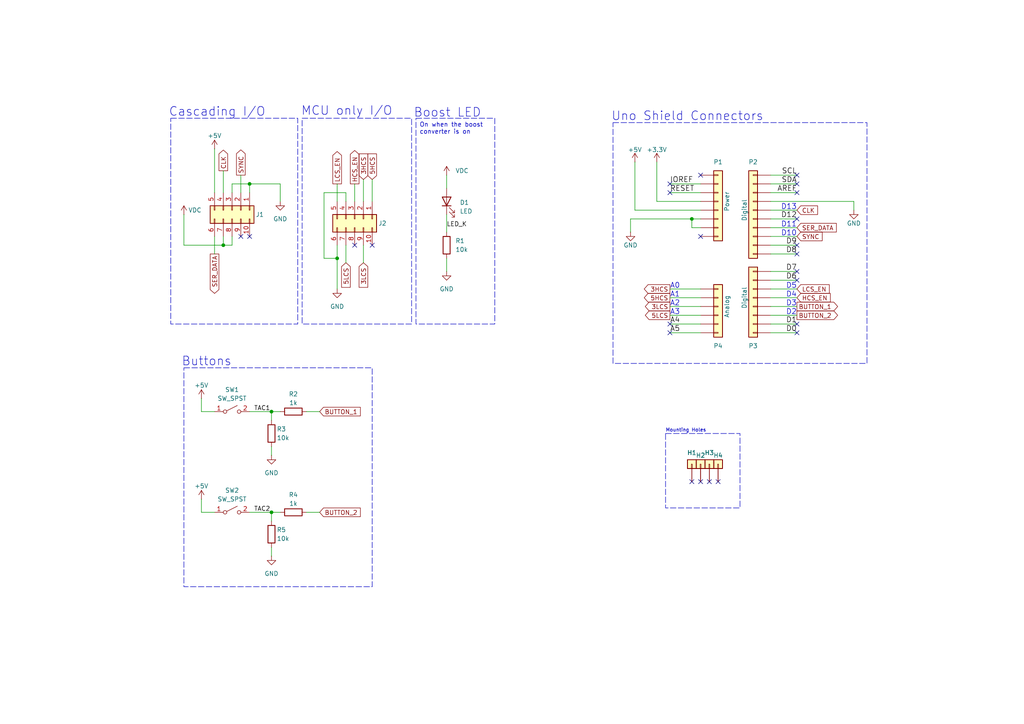
<source format=kicad_sch>
(kicad_sch (version 20250114) (generator "eeschema") (generator_version "9.0")
  (paper "A4")
  (title_block (title "VVFD Shield Schematic") (date "2025-10-05") (rev "1") (company "ENEL200") (comment 1 "(UC Arduino Shield Template by Richard Lane & Allan McInnes)") (comment 2 "LWQ"))
  (lib_symbols
    (symbol "Conn_01x01_1" (pin_numbers (hide yes)) (pin_names (offset 1.016) (hide yes))
      (property "Reference" "J" (at 0 2.54 0))
      (property "Value" "Conn_01x01" (at 0 -2.54 0))
      (symbol "Conn_01x01_1_1_1"
        (rectangle (start -1.27 1.27) (end 1.27 -1.27) (stroke (width 0.254)) (fill (type background)))
        (rectangle (start -1.27 0.127) (end 0 -0.127) (stroke (width 0.1524)))
        (pin passive line (at -5.08 0 0) (length 3.81) (name "Pin_1") (number "1"))
      )
    )
    (symbol "Conn_01x01_2" (pin_numbers (hide yes)) (pin_names (offset 1.016) (hide yes))
      (property "Reference" "J" (at 0 2.54 0))
      (property "Value" "Conn_01x01" (at 0 -2.54 0))
      (symbol "Conn_01x01_2_1_1"
        (rectangle (start -1.27 1.27) (end 1.27 -1.27) (stroke (width 0.254)) (fill (type background)))
        (rectangle (start -1.27 0.127) (end 0 -0.127) (stroke (width 0.1524)))
        (pin passive line (at -5.08 0 0) (length 3.81) (name "Pin_1") (number "1"))
      )
    )
    (symbol "Conn_01x01_3" (pin_numbers (hide yes)) (pin_names (offset 1.016) (hide yes))
      (property "Reference" "J" (at 0 2.54 0))
      (property "Value" "Conn_01x01" (at 0 -2.54 0))
      (symbol "Conn_01x01_3_1_1"
        (rectangle (start -1.27 1.27) (end 1.27 -1.27) (stroke (width 0.254)) (fill (type background)))
        (rectangle (start -1.27 0.127) (end 0 -0.127) (stroke (width 0.1524)))
        (pin passive line (at -5.08 0 0) (length 3.81) (name "Pin_1") (number "1"))
      )
    )
    (symbol "Conn_01x08_1" (pin_numbers (hide yes)) (pin_names (offset 1.016) (hide yes))
      (property "Reference" "J" (at 0 10.16 0))
      (property "Value" "Conn_01x08" (at 0 -12.7 0))
      (symbol "Conn_01x08_1_1_1"
        (rectangle (start -1.27 8.89) (end 1.27 -11.43) (stroke (width 0.254)) (fill (type background)))
        (rectangle (start -1.27 7.747) (end 0 7.493) (stroke (width 0.1524)))
        (rectangle (start -1.27 5.207) (end 0 4.953) (stroke (width 0.1524)))
        (rectangle (start -1.27 2.667) (end 0 2.413) (stroke (width 0.1524)))
        (rectangle (start -1.27 0.127) (end 0 -0.127) (stroke (width 0.1524)))
        (rectangle (start -1.27 -2.413) (end 0 -2.667) (stroke (width 0.1524)))
        (rectangle (start -1.27 -4.953) (end 0 -5.207) (stroke (width 0.1524)))
        (rectangle (start -1.27 -7.493) (end 0 -7.747) (stroke (width 0.1524)))
        (rectangle (start -1.27 -10.033) (end 0 -10.287) (stroke (width 0.1524)))
        (pin passive line (at -5.08 7.62 0) (length 3.81) (name "Pin_1") (number "1"))
        (pin passive line (at -5.08 5.08 0) (length 3.81) (name "Pin_2") (number "2"))
        (pin passive line (at -5.08 2.54 0) (length 3.81) (name "Pin_3") (number "3"))
        (pin passive line (at -5.08 0 0) (length 3.81) (name "Pin_4") (number "4"))
        (pin passive line (at -5.08 -2.54 0) (length 3.81) (name "Pin_5") (number "5"))
        (pin passive line (at -5.08 -5.08 0) (length 3.81) (name "Pin_6") (number "6"))
        (pin passive line (at -5.08 -7.62 0) (length 3.81) (name "Pin_7") (number "7"))
        (pin passive line (at -5.08 -10.16 0) (length 3.81) (name "Pin_8") (number "8"))
      )
    )
    (symbol "Connector_Generic:Conn_01x01" (pin_numbers (hide yes)) (pin_names (offset 1.016) (hide yes))
      (property "Reference" "J" (at 0 2.54 0))
      (property "Value" "Conn_01x01" (at 0 -2.54 0))
      (symbol "Conn_01x01_1_1"
        (rectangle (start -1.27 1.27) (end 1.27 -1.27) (stroke (width 0.254)) (fill (type background)))
        (rectangle (start -1.27 0.127) (end 0 -0.127) (stroke (width 0.1524)))
        (pin passive line (at -5.08 0 0) (length 3.81) (name "Pin_1") (number "1"))
      )
    )
    (symbol "Connector_Generic:Conn_01x06" (pin_numbers (hide yes)) (pin_names (offset 1.016) (hide yes))
      (property "Reference" "J" (at 0 7.62 0))
      (property "Value" "Conn_01x06" (at 0 -10.16 0))
      (symbol "Conn_01x06_1_1"
        (rectangle (start -1.27 6.35) (end 1.27 -8.89) (stroke (width 0.254)) (fill (type background)))
        (rectangle (start -1.27 5.207) (end 0 4.953) (stroke (width 0.1524)))
        (rectangle (start -1.27 2.667) (end 0 2.413) (stroke (width 0.1524)))
        (rectangle (start -1.27 0.127) (end 0 -0.127) (stroke (width 0.1524)))
        (rectangle (start -1.27 -2.413) (end 0 -2.667) (stroke (width 0.1524)))
        (rectangle (start -1.27 -4.953) (end 0 -5.207) (stroke (width 0.1524)))
        (rectangle (start -1.27 -7.493) (end 0 -7.747) (stroke (width 0.1524)))
        (pin passive line (at -5.08 5.08 0) (length 3.81) (name "Pin_1") (number "1"))
        (pin passive line (at -5.08 2.54 0) (length 3.81) (name "Pin_2") (number "2"))
        (pin passive line (at -5.08 0 0) (length 3.81) (name "Pin_3") (number "3"))
        (pin passive line (at -5.08 -2.54 0) (length 3.81) (name "Pin_4") (number "4"))
        (pin passive line (at -5.08 -5.08 0) (length 3.81) (name "Pin_5") (number "5"))
        (pin passive line (at -5.08 -7.62 0) (length 3.81) (name "Pin_6") (number "6"))
      )
    )
    (symbol "Connector_Generic:Conn_01x08" (pin_numbers (hide yes)) (pin_names (offset 1.016) (hide yes))
      (property "Reference" "J" (at 0 10.16 0))
      (property "Value" "Conn_01x08" (at 0 -12.7 0))
      (symbol "Conn_01x08_1_1"
        (rectangle (start -1.27 8.89) (end 1.27 -11.43) (stroke (width 0.254)) (fill (type background)))
        (rectangle (start -1.27 7.747) (end 0 7.493) (stroke (width 0.1524)))
        (rectangle (start -1.27 5.207) (end 0 4.953) (stroke (width 0.1524)))
        (rectangle (start -1.27 2.667) (end 0 2.413) (stroke (width 0.1524)))
        (rectangle (start -1.27 0.127) (end 0 -0.127) (stroke (width 0.1524)))
        (rectangle (start -1.27 -2.413) (end 0 -2.667) (stroke (width 0.1524)))
        (rectangle (start -1.27 -4.953) (end 0 -5.207) (stroke (width 0.1524)))
        (rectangle (start -1.27 -7.493) (end 0 -7.747) (stroke (width 0.1524)))
        (rectangle (start -1.27 -10.033) (end 0 -10.287) (stroke (width 0.1524)))
        (pin passive line (at -5.08 7.62 0) (length 3.81) (name "Pin_1") (number "1"))
        (pin passive line (at -5.08 5.08 0) (length 3.81) (name "Pin_2") (number "2"))
        (pin passive line (at -5.08 2.54 0) (length 3.81) (name "Pin_3") (number "3"))
        (pin passive line (at -5.08 0 0) (length 3.81) (name "Pin_4") (number "4"))
        (pin passive line (at -5.08 -2.54 0) (length 3.81) (name "Pin_5") (number "5"))
        (pin passive line (at -5.08 -5.08 0) (length 3.81) (name "Pin_6") (number "6"))
        (pin passive line (at -5.08 -7.62 0) (length 3.81) (name "Pin_7") (number "7"))
        (pin passive line (at -5.08 -10.16 0) (length 3.81) (name "Pin_8") (number "8"))
      )
    )
    (symbol "Connector_Generic:Conn_01x10" (pin_numbers (hide yes)) (pin_names (offset 1.016) (hide yes))
      (property "Reference" "J" (at 0 12.7 0))
      (property "Value" "Conn_01x10" (at 0 -15.24 0))
      (symbol "Conn_01x10_1_1"
        (rectangle (start -1.27 11.43) (end 1.27 -13.97) (stroke (width 0.254)) (fill (type background)))
        (rectangle (start -1.27 10.287) (end 0 10.033) (stroke (width 0.1524)))
        (rectangle (start -1.27 7.747) (end 0 7.493) (stroke (width 0.1524)))
        (rectangle (start -1.27 5.207) (end 0 4.953) (stroke (width 0.1524)))
        (rectangle (start -1.27 2.667) (end 0 2.413) (stroke (width 0.1524)))
        (rectangle (start -1.27 0.127) (end 0 -0.127) (stroke (width 0.1524)))
        (rectangle (start -1.27 -2.413) (end 0 -2.667) (stroke (width 0.1524)))
        (rectangle (start -1.27 -4.953) (end 0 -5.207) (stroke (width 0.1524)))
        (rectangle (start -1.27 -7.493) (end 0 -7.747) (stroke (width 0.1524)))
        (rectangle (start -1.27 -10.033) (end 0 -10.287) (stroke (width 0.1524)))
        (rectangle (start -1.27 -12.573) (end 0 -12.827) (stroke (width 0.1524)))
        (pin passive line (at -5.08 10.16 0) (length 3.81) (name "Pin_1") (number "1"))
        (pin passive line (at -5.08 7.62 0) (length 3.81) (name "Pin_2") (number "2"))
        (pin passive line (at -5.08 5.08 0) (length 3.81) (name "Pin_3") (number "3"))
        (pin passive line (at -5.08 2.54 0) (length 3.81) (name "Pin_4") (number "4"))
        (pin passive line (at -5.08 0 0) (length 3.81) (name "Pin_5") (number "5"))
        (pin passive line (at -5.08 -2.54 0) (length 3.81) (name "Pin_6") (number "6"))
        (pin passive line (at -5.08 -5.08 0) (length 3.81) (name "Pin_7") (number "7"))
        (pin passive line (at -5.08 -7.62 0) (length 3.81) (name "Pin_8") (number "8"))
        (pin passive line (at -5.08 -10.16 0) (length 3.81) (name "Pin_9") (number "9"))
        (pin passive line (at -5.08 -12.7 0) (length 3.81) (name "Pin_10") (number "10"))
      )
    )
    (symbol "Connector_Generic:Conn_02x05_Counter_Clockwise" (pin_names (offset 1.016) (hide yes))
      (property "Reference" "J" (at 1.27 7.62 0))
      (property "Value" "Conn_02x05_Counter_Clockwise" (at 1.27 -7.62 0))
      (symbol "Conn_02x05_Counter_Clockwise_1_1"
        (rectangle (start -1.27 6.35) (end 3.81 -6.35) (stroke (width 0.254)) (fill (type background)))
        (rectangle (start -1.27 5.207) (end 0 4.953) (stroke (width 0.1524)))
        (rectangle (start -1.27 2.667) (end 0 2.413) (stroke (width 0.1524)))
        (rectangle (start -1.27 0.127) (end 0 -0.127) (stroke (width 0.1524)))
        (rectangle (start -1.27 -2.413) (end 0 -2.667) (stroke (width 0.1524)))
        (rectangle (start -1.27 -4.953) (end 0 -5.207) (stroke (width 0.1524)))
        (rectangle (start 3.81 5.207) (end 2.54 4.953) (stroke (width 0.1524)))
        (rectangle (start 3.81 2.667) (end 2.54 2.413) (stroke (width 0.1524)))
        (rectangle (start 3.81 0.127) (end 2.54 -0.127) (stroke (width 0.1524)))
        (rectangle (start 3.81 -2.413) (end 2.54 -2.667) (stroke (width 0.1524)))
        (rectangle (start 3.81 -4.953) (end 2.54 -5.207) (stroke (width 0.1524)))
        (pin passive line (at -5.08 5.08 0) (length 3.81) (name "Pin_1") (number "1"))
        (pin passive line (at -5.08 2.54 0) (length 3.81) (name "Pin_2") (number "2"))
        (pin passive line (at -5.08 0 0) (length 3.81) (name "Pin_3") (number "3"))
        (pin passive line (at -5.08 -2.54 0) (length 3.81) (name "Pin_4") (number "4"))
        (pin passive line (at -5.08 -5.08 0) (length 3.81) (name "Pin_5") (number "5"))
        (pin passive line (at 7.62 5.08 180) (length 3.81) (name "Pin_10") (number "10"))
        (pin passive line (at 7.62 2.54 180) (length 3.81) (name "Pin_9") (number "9"))
        (pin passive line (at 7.62 0 180) (length 3.81) (name "Pin_8") (number "8"))
        (pin passive line (at 7.62 -2.54 180) (length 3.81) (name "Pin_7") (number "7"))
        (pin passive line (at 7.62 -5.08 180) (length 3.81) (name "Pin_6") (number "6"))
      )
    )
    (symbol "Device:LED" (pin_numbers (hide yes)) (pin_names (offset 1.016) (hide yes))
      (property "Reference" "D" (at 0 2.54 0))
      (property "Value" "LED" (at 0 -2.54 0))
      (symbol "LED_0_1"
        (polyline (pts (xy -3.048 -0.762) (xy -4.572 -2.286) (xy -3.81 -2.286) (xy -4.572 -2.286) (xy -4.572 -1.524)))
        (polyline (pts (xy -1.778 -0.762) (xy -3.302 -2.286) (xy -2.54 -2.286) (xy -3.302 -2.286) (xy -3.302 -1.524)))
        (polyline (pts (xy -1.27 0) (xy 1.27 0)))
        (polyline (pts (xy -1.27 -1.27) (xy -1.27 1.27)) (stroke (width 0.254)))
        (polyline (pts (xy 1.27 -1.27) (xy 1.27 1.27) (xy -1.27 0) (xy 1.27 -1.27)) (stroke (width 0.254)))
      )
      (symbol "LED_1_1"
        (pin passive line (at -3.81 0 0) (length 2.54) (name "K") (number "1"))
        (pin passive line (at 3.81 0 180) (length 2.54) (name "A") (number "2"))
      )
    )
    (symbol "Device:R" (pin_numbers (hide yes)) (pin_names (offset 0))
      (property "Reference" "R" (at 2.032 0 90))
      (property "Value" "R" (at 0 0 90))
      (symbol "R_0_1"
        (rectangle (start -1.016 -2.54) (end 1.016 2.54) (stroke (width 0.254)))
      )
      (symbol "R_1_1"
        (pin passive line (at 0 3.81 270) (length 1.27) (name "~") (number "1"))
        (pin passive line (at 0 -3.81 90) (length 1.27) (name "~") (number "2"))
      )
    )
    (symbol "Switch:SW_SPST" (pin_names (offset 0) (hide yes))
      (property "Reference" "SW" (at 0 3.175 0))
      (property "Value" "SW_SPST" (at 0 -2.54 0))
      (symbol "SW_SPST_0_0"
        (circle (center -2.032 0) (radius 0.508))
        (polyline (pts (xy -1.524 0.254) (xy 1.524 1.778)))
        (circle (center 2.032 0) (radius 0.508))
      )
      (symbol "SW_SPST_1_1"
        (pin passive line (at -5.08 0 0) (length 2.54) (name "A") (number "1"))
        (pin passive line (at 5.08 0 180) (length 2.54) (name "B") (number "2"))
      )
    )
    (symbol "power:+3.3V" (power) (pin_numbers (hide yes)) (pin_names (offset 0) (hide yes))
      (property "Value" "+3.3V" (at 0 3.556 0))
      (symbol "+3.3V_0_1"
        (polyline (pts (xy -0.762 1.27) (xy 0 2.54)))
        (polyline (pts (xy 0 2.54) (xy 0.762 1.27)))
        (polyline (pts (xy 0 0) (xy 0 2.54)))
      )
      (symbol "+3.3V_1_1"
        (pin power_in line (at 0 0 90) (length 0) (name "~") (number "1"))
      )
    )
    (symbol "power:+5V" (power) (pin_numbers (hide yes)) (pin_names (offset 0) (hide yes))
      (property "Value" "+5V" (at 0 3.556 0))
      (symbol "+5V_0_1"
        (polyline (pts (xy -0.762 1.27) (xy 0 2.54)))
        (polyline (pts (xy 0 2.54) (xy 0.762 1.27)))
        (polyline (pts (xy 0 0) (xy 0 2.54)))
      )
      (symbol "+5V_1_1"
        (pin power_in line (at 0 0 90) (length 0) (name "~") (number "1"))
      )
    )
    (symbol "power:GND" (power) (pin_numbers (hide yes)) (pin_names (offset 0) (hide yes))
      (property "Value" "GND" (at 0 -3.81 0))
      (symbol "GND_0_1"
        (polyline (pts (xy 0 0) (xy 0 -1.27) (xy 1.27 -1.27) (xy 0 -2.54) (xy -1.27 -1.27) (xy 0 -1.27)))
      )
      (symbol "GND_1_1"
        (pin power_in line (at 0 0 270) (length 0) (name "~") (number "1"))
      )
    )
    (symbol "power:VDC" (power) (pin_numbers (hide yes)) (pin_names (offset 0) (hide yes))
      (property "Value" "VDC" (at 0 3.556 0))
      (symbol "VDC_0_1"
        (polyline (pts (xy -0.762 1.27) (xy 0 2.54)))
        (polyline (pts (xy 0 2.54) (xy 0.762 1.27)))
        (polyline (pts (xy 0 0) (xy 0 2.54)))
      )
      (symbol "VDC_1_1"
        (pin power_in line (at 0 0 90) (length 0) (name "~") (number "1"))
      )
    )
  )
  (rectangle (start 193.04 125.73) (end 214.63 147.32) (stroke (width 0) (type dash)))
  (rectangle (start 177.8 35.56) (end 251.46 105.41) (stroke (width 0) (type dash)))
  (rectangle (start 53.34 106.68) (end 107.95 170.18) (stroke (width 0) (type dash)))
  (rectangle (start 120.65 34.29) (end 143.51 93.98) (stroke (width 0) (type dash)))
  (rectangle (start 87.63 34.29) (end 119.38 93.98) (stroke (width 0) (type dash)))
  (rectangle (start 49.53 34.29) (end 86.36 93.98) (stroke (width 0) (type dash)))
  (text "Cascading I/O" (at 62.992 32.512 0) (effects (font (size 2.54 2.54))))
  (text "Uno Shield Connectors" (at 199.39 33.782 0) (effects (font (size 2.54 2.54))))
  (text "Buttons" (at 59.944 104.902 0) (effects (font (size 2.54 2.54))))
  (text "D5" (at 231.14 83.82 0) (effects (font (size 1.524 1.524)) (justify right bottom)))
  (text "MCU only I/O" (at 100.584 32.258 0) (effects (font (size 2.54 2.54))))
  (text "D4" (at 231.14 86.36 0) (effects (font (size 1.524 1.524)) (justify right bottom)))
  (text "A0" (at 194.31 83.82 0) (effects (font (size 1.524 1.524)) (justify left bottom)))
  (text "Boost LED" (at 129.794 32.766 0) (effects (font (size 2.54 2.54))))
  (text "A3" (at 194.31 91.44 0) (effects (font (size 1.524 1.524)) (justify left bottom)))
  (text "D13" (at 231.14 60.96 0) (effects (font (size 1.524 1.524)) (justify right bottom)))
  (text "A2" (at 194.31 88.9 0) (effects (font (size 1.524 1.524)) (justify left bottom)))
  (text "Mounting Holes" (at 193.04 125.476 0) (effects (font (size 1 1)) (justify left bottom)))
  (text "D10" (at 231.14 68.58 0) (effects (font (size 1.524 1.524)) (justify right bottom)))
  (text "D3" (at 231.14 88.9 0) (effects (font (size 1.524 1.524)) (justify right bottom)))
  (text "D2" (at 231.14 91.44 0) (effects (font (size 1.524 1.524)) (justify right bottom)))
  (text "A1" (at 194.31 86.36 0) (effects (font (size 1.524 1.524)) (justify left bottom)))
  (text "D11" (at 231.14 66.04 0) (effects (font (size 1.524 1.524)) (justify right bottom)))
  (text "On when the boost\nconverter is on" (at 121.666 37.338 0) (effects (font (size 1.27 1.27)) (justify left)))
  (junction (at 200.66 63.5))
  (junction (at 78.74 119.38))
  (junction (at 64.77 71.12))
  (junction (at 72.39 53.34))
  (junction (at 78.74 148.59))
  (junction (at 97.79 74.93))
  (no_connect (at 203.2 68.58))
  (no_connect (at 205.74 139.7))
  (no_connect (at 194.31 93.98))
  (no_connect (at 107.95 71.12))
  (no_connect (at 203.2 139.7))
  (no_connect (at 194.31 53.34))
  (no_connect (at 231.14 55.88))
  (no_connect (at 102.87 71.12))
  (no_connect (at 231.14 73.66))
  (no_connect (at 231.14 93.98))
  (no_connect (at 72.39 68.58))
  (no_connect (at 231.14 71.12))
  (no_connect (at 208.28 139.7))
  (no_connect (at 231.14 81.28))
  (no_connect (at 200.66 139.7))
  (no_connect (at 231.14 96.52))
  (no_connect (at 231.14 78.74))
  (no_connect (at 231.14 53.34))
  (no_connect (at 203.2 50.8))
  (no_connect (at 69.85 68.58))
  (no_connect (at 231.14 50.8))
  (no_connect (at 194.31 55.88))
  (no_connect (at 231.14 63.5))
  (no_connect (at 194.31 96.52))
  (wire (pts (xy 97.79 74.93) (xy 97.79 83.82)))
  (wire (pts (xy 223.52 93.98) (xy 231.14 93.98)))
  (wire (pts (xy 223.52 88.9) (xy 231.14 88.9)))
  (wire (pts (xy 107.95 52.07) (xy 107.95 58.42)))
  (wire (pts (xy 203.2 88.9) (xy 194.31 88.9)))
  (wire (pts (xy 97.79 71.12) (xy 97.79 74.93)))
  (wire (pts (xy 223.52 63.5) (xy 231.14 63.5)))
  (wire (pts (xy 203.2 55.88) (xy 194.31 55.88)))
  (wire (pts (xy 72.39 119.38) (xy 78.74 119.38)))
  (wire (pts (xy 100.33 55.88) (xy 100.33 58.42)))
  (wire (pts (xy 223.52 60.96) (xy 231.14 60.96)))
  (wire (pts (xy 62.23 43.18) (xy 62.23 55.88)))
  (wire (pts (xy 78.74 148.59) (xy 78.74 151.13)))
  (wire (pts (xy 62.23 68.58) (xy 62.23 73.66)))
  (wire (pts (xy 223.52 71.12) (xy 231.14 71.12)))
  (wire (pts (xy 67.31 53.34) (xy 72.39 53.34)))
  (wire (pts (xy 247.65 58.42) (xy 223.52 58.42)))
  (wire (pts (xy 78.74 119.38) (xy 81.28 119.38)))
  (wire (pts (xy 190.5 58.42) (xy 190.5 46.99)))
  (wire (pts (xy 223.52 66.04) (xy 231.14 66.04)))
  (wire (pts (xy 129.54 74.93) (xy 129.54 78.74)))
  (wire (pts (xy 64.77 71.12) (xy 53.34 71.12)))
  (wire (pts (xy 78.74 119.38) (xy 78.74 121.92)))
  (wire (pts (xy 203.2 60.96) (xy 184.15 60.96)))
  (wire (pts (xy 88.9 119.38) (xy 92.71 119.38)))
  (wire (pts (xy 203.2 66.04) (xy 200.66 66.04)))
  (wire (pts (xy 100.33 71.12) (xy 100.33 76.2)))
  (wire (pts (xy 247.65 60.96) (xy 247.65 58.42)))
  (wire (pts (xy 78.74 148.59) (xy 81.28 148.59)))
  (wire (pts (xy 58.42 148.59) (xy 58.42 144.78)))
  (wire (pts (xy 97.79 53.34) (xy 97.79 58.42)))
  (wire (pts (xy 102.87 53.34) (xy 102.87 58.42)))
  (wire (pts (xy 203.2 83.82) (xy 194.31 83.82)))
  (wire (pts (xy 223.52 81.28) (xy 231.14 81.28)))
  (wire (pts (xy 81.28 53.34) (xy 72.39 53.34)))
  (wire (pts (xy 223.52 83.82) (xy 231.14 83.82)))
  (wire (pts (xy 223.52 73.66) (xy 231.14 73.66)))
  (wire (pts (xy 182.88 63.5) (xy 182.88 67.31)))
  (wire (pts (xy 67.31 55.88) (xy 67.31 53.34)))
  (wire (pts (xy 184.15 46.99) (xy 184.15 60.96)))
  (wire (pts (xy 129.54 62.23) (xy 129.54 67.31)))
  (wire (pts (xy 100.33 55.88) (xy 93.98 55.88)))
  (wire (pts (xy 223.52 53.34) (xy 231.14 53.34)))
  (wire (pts (xy 223.52 91.44) (xy 231.14 91.44)))
  (wire (pts (xy 69.85 50.8) (xy 69.85 55.88)))
  (wire (pts (xy 194.31 53.34) (xy 203.2 53.34)))
  (wire (pts (xy 203.2 86.36) (xy 194.31 86.36)))
  (wire (pts (xy 58.42 119.38) (xy 58.42 115.57)))
  (wire (pts (xy 78.74 158.75) (xy 78.74 161.29)))
  (wire (pts (xy 223.52 55.88) (xy 231.14 55.88)))
  (wire (pts (xy 72.39 148.59) (xy 78.74 148.59)))
  (wire (pts (xy 62.23 119.38) (xy 58.42 119.38)))
  (wire (pts (xy 203.2 58.42) (xy 190.5 58.42)))
  (wire (pts (xy 53.34 71.12) (xy 53.34 62.23)))
  (wire (pts (xy 223.52 96.52) (xy 231.14 96.52)))
  (wire (pts (xy 93.98 55.88) (xy 93.98 74.93)))
  (wire (pts (xy 62.23 148.59) (xy 58.42 148.59)))
  (wire (pts (xy 64.77 71.12) (xy 64.77 68.58)))
  (wire (pts (xy 223.52 68.58) (xy 231.14 68.58)))
  (wire (pts (xy 72.39 53.34) (xy 72.39 55.88)))
  (wire (pts (xy 67.31 71.12) (xy 64.77 71.12)))
  (wire (pts (xy 223.52 78.74) (xy 231.14 78.74)))
  (wire (pts (xy 200.66 66.04) (xy 200.66 63.5)))
  (wire (pts (xy 78.74 129.54) (xy 78.74 132.08)))
  (wire (pts (xy 203.2 96.52) (xy 194.31 96.52)))
  (wire (pts (xy 203.2 91.44) (xy 194.31 91.44)))
  (wire (pts (xy 64.77 49.53) (xy 64.77 55.88)))
  (wire (pts (xy 223.52 86.36) (xy 231.14 86.36)))
  (wire (pts (xy 129.54 50.8) (xy 129.54 54.61)))
  (wire (pts (xy 203.2 93.98) (xy 194.31 93.98)))
  (wire (pts (xy 93.98 74.93) (xy 97.79 74.93)))
  (wire (pts (xy 88.9 148.59) (xy 92.71 148.59)))
  (wire (pts (xy 105.41 71.12) (xy 105.41 76.2)))
  (wire (pts (xy 81.28 58.42) (xy 81.28 53.34)))
  (wire (pts (xy 200.66 63.5) (xy 203.2 63.5)))
  (wire (pts (xy 182.88 63.5) (xy 200.66 63.5)))
  (wire (pts (xy 105.41 52.07) (xy 105.41 58.42)))
  (wire (pts (xy 223.52 50.8) (xy 231.14 50.8)))
  (wire (pts (xy 67.31 71.12) (xy 67.31 68.58)))
  (label "LED_K" (at 129.54 66.04 0))
  (label "D6" (at 231.14 81.28 180) (effects (font (size 1.524 1.524))))
  (label "D9" (at 231.14 71.12 180) (effects (font (size 1.524 1.524))))
  (label "TAC2" (at 73.66 148.59 0))
  (label "D12" (at 231.14 63.5 180) (effects (font (size 1.524 1.524))))
  (label "IOREF" (at 194.31 53.34 0) (effects (font (size 1.524 1.524))))
  (label "TAC1" (at 73.66 119.38 0))
  (label "A5" (at 194.31 96.52 0) (effects (font (size 1.524 1.524))))
  (label "D7" (at 231.14 78.74 180) (effects (font (size 1.524 1.524))))
  (label "A4" (at 194.31 93.98 0) (effects (font (size 1.524 1.524))))
  (label "D1" (at 231.14 93.98 180) (effects (font (size 1.524 1.524))))
  (label "RESET" (at 194.31 55.88 0) (effects (font (size 1.524 1.524))))
  (label "SDA" (at 231.14 53.34 180) (effects (font (size 1.524 1.524))))
  (label "SCL" (at 231.14 50.8 180) (effects (font (size 1.524 1.524))))
  (label "AREF" (at 231.14 55.88 180) (effects (font (size 1.524 1.524))))
  (label "D8" (at 231.14 73.66 180) (effects (font (size 1.524 1.524))))
  (label "D0" (at 231.14 96.52 180) (effects (font (size 1.524 1.524))))
  (global_label "5LCS" (shape output) (at 194.31 91.44 180) (property "Intersheetrefs" "${INTERSHEET_REFS}" (effects (hide yes))))
  (global_label "SER_DATA" (shape input) (at 231.14 66.04 0) (property "Intersheetrefs" "${INTERSHEET_REFS}" (effects (hide yes))))
  (global_label "SYNC" (shape input) (at 231.14 68.58 0) (property "Intersheetrefs" "${INTERSHEET_REFS}" (effects (hide yes))))
  (global_label "5LCS" (shape input) (at 100.33 76.2 270) (property "Intersheetrefs" "${INTERSHEET_REFS}" (effects (hide yes))))
  (global_label "5HCS" (shape output) (at 194.31 86.36 180) (property "Intersheetrefs" "${INTERSHEET_REFS}" (effects (hide yes))))
  (global_label "3LCS" (shape input) (at 105.41 76.2 270) (property "Intersheetrefs" "${INTERSHEET_REFS}" (effects (hide yes))))
  (global_label "LCS_EN" (shape output) (at 97.79 53.34 90) (property "Intersheetrefs" "${INTERSHEET_REFS}" (effects (hide yes))))
  (global_label "3HCS" (shape output) (at 194.31 83.82 180) (property "Intersheetrefs" "${INTERSHEET_REFS}" (effects (hide yes))))
  (global_label "SYNC" (shape output) (at 69.85 50.8 90) (property "Intersheetrefs" "${INTERSHEET_REFS}" (effects (hide yes))))
  (global_label "3HCS" (shape input) (at 105.41 52.07 90) (property "Intersheetrefs" "${INTERSHEET_REFS}" (effects (hide yes))))
  (global_label "3LCS" (shape output) (at 194.31 88.9 180) (property "Intersheetrefs" "${INTERSHEET_REFS}" (effects (hide yes))))
  (global_label "5HCS" (shape input) (at 107.95 52.07 90) (property "Intersheetrefs" "${INTERSHEET_REFS}" (effects (hide yes))))
  (global_label "HCS_EN" (shape input) (at 231.14 86.36 0) (property "Intersheetrefs" "${INTERSHEET_REFS}" (effects (hide yes))))
  (global_label "BUTTON_1" (shape input) (at 92.71 119.38 0) (property "Intersheetrefs" "${INTERSHEET_REFS}" (effects (hide yes))))
  (global_label "BUTTON_2" (shape input) (at 92.71 148.59 0) (property "Intersheetrefs" "${INTERSHEET_REFS}" (effects (hide yes))))
  (global_label "HCS_EN" (shape output) (at 102.87 53.34 90) (property "Intersheetrefs" "${INTERSHEET_REFS}" (effects (hide yes))))
  (global_label "SER_DATA" (shape output) (at 62.23 73.66 270) (property "Intersheetrefs" "${INTERSHEET_REFS}" (effects (hide yes))))
  (global_label "CLK" (shape input) (at 231.14 60.96 0) (property "Intersheetrefs" "${INTERSHEET_REFS}" (effects (hide yes))))
  (global_label "CLK" (shape output) (at 64.77 49.53 90) (property "Intersheetrefs" "${INTERSHEET_REFS}" (effects (hide yes))))
  (global_label "BUTTON_1" (shape output) (at 231.14 88.9 0) (property "Intersheetrefs" "${INTERSHEET_REFS}" (effects (hide yes))))
  (global_label "BUTTON_2" (shape output) (at 231.14 91.44 0) (property "Intersheetrefs" "${INTERSHEET_REFS}" (effects (hide yes))))
  (global_label "LCS_EN" (shape input) (at 231.14 83.82 0) (property "Intersheetrefs" "${INTERSHEET_REFS}" (effects (hide yes))))
  (symbol (lib_id "Connector_Generic:Conn_01x08") (at 208.28 58.42 0) (unit 1)
    (property "Reference" "P1" (at 208.28 46.99 0))
    (property "Value" "Power" (at 210.82 58.42 90))
    (property "Footprint" "Socket_Arduino_Uno:Socket_Strip_Arduino_1x08" (effects (hide yes)))
  )
  (symbol (lib_id "power:+3.3V") (at 190.5 46.99 0) (unit 1)
    (property "Reference" "#PWR03" (effects (hide yes)))
    (property "Value" "+3.3V" (at 190.5 43.434 0))
  )
  (symbol (lib_id "power:GND") (at 182.88 67.31 0) (unit 1)
    (property "Reference" "#PWR08" (effects (hide yes)))
    (property "Value" "GND" (at 182.88 71.12 0))
  )
  (symbol (lib_id "power:GND") (at 247.65 60.96 0) (unit 1)
    (property "Reference" "#PWR06" (effects (hide yes)))
    (property "Value" "GND" (at 247.65 64.77 0))
  )
  (symbol (lib_id "Connector_Generic:Conn_01x06") (at 208.28 88.9 0) (unit 1)
    (property "Reference" "P4" (at 208.28 100.33 0))
    (property "Value" "Analog" (at 210.82 88.9 90))
    (property "Footprint" "Socket_Arduino_Uno:Socket_Strip_Arduino_1x06" (effects (hide yes)))
  )
  (symbol (lib_name "Conn_01x01_1") (lib_id "Connector_Generic:Conn_01x01") (at 200.66 134.62 90) (unit 1)
    (property "Reference" "H1" (at 200.66 131.318 90))
    (property "Value" "CONN_01X01" (effects (hide yes)))
    (property "Footprint" "Socket_Arduino_Uno:Mounting_Hole" (effects (hide yes)))
  )
  (symbol (lib_name "Conn_01x01_2") (lib_id "Connector_Generic:Conn_01x01") (at 203.2 134.62 90) (unit 1)
    (property "Reference" "H2" (at 203.2 132.08 90))
    (property "Value" "CONN_01X01" (effects (hide yes)))
    (property "Footprint" "Socket_Arduino_Uno:Mounting_Hole" (effects (hide yes)))
  )
  (symbol (lib_name "Conn_01x01_3") (lib_id "Connector_Generic:Conn_01x01") (at 205.74 134.62 90) (unit 1)
    (property "Reference" "H3" (at 205.74 131.318 90))
    (property "Value" "CONN_01X01" (effects (hide yes)))
    (property "Footprint" "Socket_Arduino_Uno:Mounting_Hole" (effects (hide yes)))
  )
  (symbol (lib_id "Connector_Generic:Conn_01x01") (at 208.28 134.62 90) (unit 1)
    (property "Reference" "H4" (at 208.28 132.08 90))
    (property "Value" "CONN_01X01" (effects (hide yes)))
    (property "Footprint" "Socket_Arduino_Uno:Mounting_Hole" (effects (hide yes)))
  )
  (symbol (lib_name "Conn_01x08_1") (lib_id "Connector_Generic:Conn_01x08") (at 218.44 86.36 0) (mirror y) (unit 1)
    (property "Reference" "P3" (at 218.44 100.33 0))
    (property "Value" "Digital" (at 215.9 86.36 90))
    (property "Footprint" "Socket_Arduino_Uno:Socket_Strip_Arduino_1x08" (effects (hide yes)))
  )
  (symbol (lib_id "Connector_Generic:Conn_01x10") (at 218.44 60.96 0) (mirror y) (unit 1)
    (property "Reference" "P2" (at 218.44 46.99 0))
    (property "Value" "Digital" (at 215.9 60.96 90))
    (property "Footprint" "Socket_Arduino_Uno:Socket_Strip_Arduino_1x10" (effects (hide yes)))
  )
  (symbol (lib_id "power:+5V") (at 58.42 144.78 0) (unit 1)
    (property "Reference" "#PWR013" (effects (hide yes)))
    (property "Value" "+5V" (at 58.42 140.97 0))
    (property "Description" "Power symbol creates a global label with name \"+5V\"" (effects (hide yes)))
  )
  (symbol (lib_id "Switch:SW_SPST") (at 67.31 119.38 0) (unit 1)
    (property "Reference" "SW1" (at 67.31 113.03 0))
    (property "Value" "SW_SPST" (at 67.31 115.57 0))
    (property "Footprint" "Button_Switch_THT:SW_PUSH_6mm" (effects (hide yes)))
    (property "Description" "Single Pole Single Throw (SPST) switch" (effects (hide yes)))
  )
  (symbol (lib_id "Switch:SW_SPST") (at 67.31 148.59 0) (unit 1)
    (property "Reference" "SW2" (at 67.31 142.24 0))
    (property "Value" "SW_SPST" (at 67.31 144.78 0))
    (property "Footprint" "Button_Switch_THT:SW_PUSH_6mm" (effects (hide yes)))
    (property "Description" "Single Pole Single Throw (SPST) switch" (effects (hide yes)))
  )
  (symbol (lib_id "Device:R") (at 129.54 71.12 0) (unit 1)
    (property "Reference" "R1" (at 132.08 69.8499 0) (effects (justify left)))
    (property "Value" "10k" (at 132.08 72.3899 0) (effects (justify left)))
    (property "Footprint" "Resistor_THT:R_Axial_DIN0207_L6.3mm_D2.5mm_P7.62mm_Horizontal" (effects (hide yes)))
    (property "Description" "Resistor" (effects (hide yes)))
  )
  (symbol (lib_id "power:+5V") (at 62.23 43.18 0) (unit 1)
    (property "Reference" "#PWR01" (effects (hide yes)))
    (property "Value" "+5V" (at 62.23 39.37 0))
    (property "Description" "Power symbol creates a global label with name \"+5V\"" (effects (hide yes)))
  )
  (symbol (lib_id "power:+5V") (at 58.42 115.57 0) (unit 1)
    (property "Reference" "#PWR011" (effects (hide yes)))
    (property "Value" "+5V" (at 58.42 111.76 0))
    (property "Description" "Power symbol creates a global label with name \"+5V\"" (effects (hide yes)))
  )
  (symbol (lib_id "Device:R") (at 85.09 119.38 90) (unit 1)
    (property "Reference" "R2" (at 85.09 114.3 90))
    (property "Value" "1k" (at 85.09 116.84 90))
    (property "Footprint" "Resistor_THT:R_Axial_DIN0207_L6.3mm_D2.5mm_P7.62mm_Horizontal" (effects (hide yes)))
    (property "Description" "Resistor" (effects (hide yes)))
  )
  (symbol (lib_id "Device:LED") (at 129.54 58.42 90) (unit 1)
    (property "Reference" "D1" (at 133.35 58.7374 90) (effects (justify right)))
    (property "Value" "LED" (at 133.35 61.2774 90) (effects (justify right)))
    (property "Footprint" "LED_THT:LED_D5.0mm" (effects (hide yes)))
    (property "Description" "Light emitting diode" (effects (hide yes)))
    (property "Sim.Pins" "1=K 2=A" (effects (hide yes)))
  )
  (symbol (lib_id "Connector_Generic:Conn_02x05_Counter_Clockwise") (at 67.31 60.96 270) (unit 1)
    (property "Reference" "J1" (at 74.168 62.23 90) (effects (justify left)))
    (property "Value" "Conn_02x05_Counter_Clockwise" (effects (hide yes)))
    (property "Footprint" "Connector_IDC:IDC-Header_2x05_P2.54mm_Vertical" (effects (hide yes)))
    (property "Description" "Generic connector, double row, 02x05, counter clockwise pin numbering scheme (similar to DIP package numbering), script generated (kicad-library-utils/schlib/autogen/connector/)" (effects (hide yes)))
    (property "Digikey Part No" "UC" (effects (hide yes)))
    (property "Unit Price ($)" "0.45" (effects (hide yes)))
    (property "Cascade Component" "1" (effects (hide yes)))
    (property "Master Component" "0" (effects (hide yes)))
  )
  (symbol (lib_id "power:GND") (at 78.74 132.08 0) (unit 1)
    (property "Reference" "#PWR012" (effects (hide yes)))
    (property "Value" "GND" (at 78.74 137.16 0))
    (property "Description" "Power symbol creates a global label with name \"GND\" , ground" (effects (hide yes)))
  )
  (symbol (lib_id "power:GND") (at 97.79 83.82 0) (unit 1)
    (property "Reference" "#PWR010" (effects (hide yes)))
    (property "Value" "GND" (at 97.79 88.9 0))
    (property "Description" "Power symbol creates a global label with name \"GND\" , ground" (effects (hide yes)))
  )
  (symbol (lib_id "power:GND") (at 81.28 58.42 0) (unit 1)
    (property "Reference" "#PWR05" (effects (hide yes)))
    (property "Value" "GND" (at 81.28 63.5 0))
    (property "Description" "Power symbol creates a global label with name \"GND\" , ground" (effects (hide yes)))
  )
  (symbol (lib_id "power:GND") (at 129.54 78.74 0) (unit 1)
    (property "Reference" "#PWR09" (effects (hide yes)))
    (property "Value" "GND" (at 129.54 83.82 0))
    (property "Description" "Power symbol creates a global label with name \"GND\" , ground" (effects (hide yes)))
  )
  (symbol (lib_id "Device:R") (at 85.09 148.59 90) (unit 1)
    (property "Reference" "R4" (at 85.09 143.51 90))
    (property "Value" "1k" (at 85.09 146.05 90))
    (property "Footprint" "Resistor_THT:R_Axial_DIN0207_L6.3mm_D2.5mm_P7.62mm_Horizontal" (effects (hide yes)))
    (property "Description" "Resistor" (effects (hide yes)))
  )
  (symbol (lib_id "Device:R") (at 78.74 125.73 0) (unit 1)
    (property "Reference" "R3" (at 80.264 124.46 0) (effects (justify left)))
    (property "Value" "10k" (at 80.264 127 0) (effects (justify left)))
    (property "Footprint" "Resistor_THT:R_Axial_DIN0207_L6.3mm_D2.5mm_P7.62mm_Horizontal" (effects (hide yes)))
    (property "Description" "Resistor" (effects (hide yes)))
  )
  (symbol (lib_id "Device:R") (at 78.74 154.94 0) (unit 1)
    (property "Reference" "R5" (at 80.264 153.67 0) (effects (justify left)))
    (property "Value" "10k" (at 80.264 156.21 0) (effects (justify left)))
    (property "Footprint" "Resistor_THT:R_Axial_DIN0207_L6.3mm_D2.5mm_P7.62mm_Horizontal" (effects (hide yes)))
    (property "Description" "Resistor" (effects (hide yes)))
  )
  (symbol (lib_id "power:VDC") (at 129.54 50.8 0) (unit 1)
    (property "Reference" "#PWR04" (effects (hide yes)))
    (property "Value" "VDC" (at 132.08 49.5299 0) (effects (justify left)))
    (property "Description" "Power symbol creates a global label with name \"VDC\"" (effects (hide yes)))
  )
  (symbol (lib_id "Connector_Generic:Conn_02x05_Counter_Clockwise") (at 102.87 63.5 270) (unit 1)
    (property "Reference" "J2" (at 109.728 64.77 90) (effects (justify left)))
    (property "Value" "Conn_02x05_Counter_Clockwise" (effects (hide yes)))
    (property "Footprint" "Connector_IDC:IDC-Header_2x05_P2.54mm_Vertical" (effects (hide yes)))
    (property "Description" "Generic connector, double row, 02x05, counter clockwise pin numbering scheme (similar to DIP package numbering), script generated (kicad-library-utils/schlib/autogen/connector/)" (effects (hide yes)))
    (property "Digikey Part No" "UC" (effects (hide yes)))
    (property "Unit Price ($)" "0.45" (effects (hide yes)))
    (property "Cascade Component" "1" (effects (hide yes)))
    (property "Master Component" "0" (effects (hide yes)))
  )
  (symbol (lib_id "power:GND") (at 78.74 161.29 0) (unit 1)
    (property "Reference" "#PWR014" (effects (hide yes)))
    (property "Value" "GND" (at 78.74 166.37 0))
    (property "Description" "Power symbol creates a global label with name \"GND\" , ground" (effects (hide yes)))
  )
  (symbol (lib_id "power:+5V") (at 184.15 46.99 0) (unit 1)
    (property "Reference" "#PWR02" (effects (hide yes)))
    (property "Value" "+5V" (at 184.15 43.434 0))
  )
  (symbol (lib_id "power:VDC") (at 53.34 62.23 0) (unit 1)
    (property "Reference" "#PWR07" (effects (hide yes)))
    (property "Value" "VDC" (at 54.61 60.96 0) (effects (justify left)))
    (property "Description" "Power symbol creates a global label with name \"VDC\"" (effects (hide yes)))
  )
)
</source>
